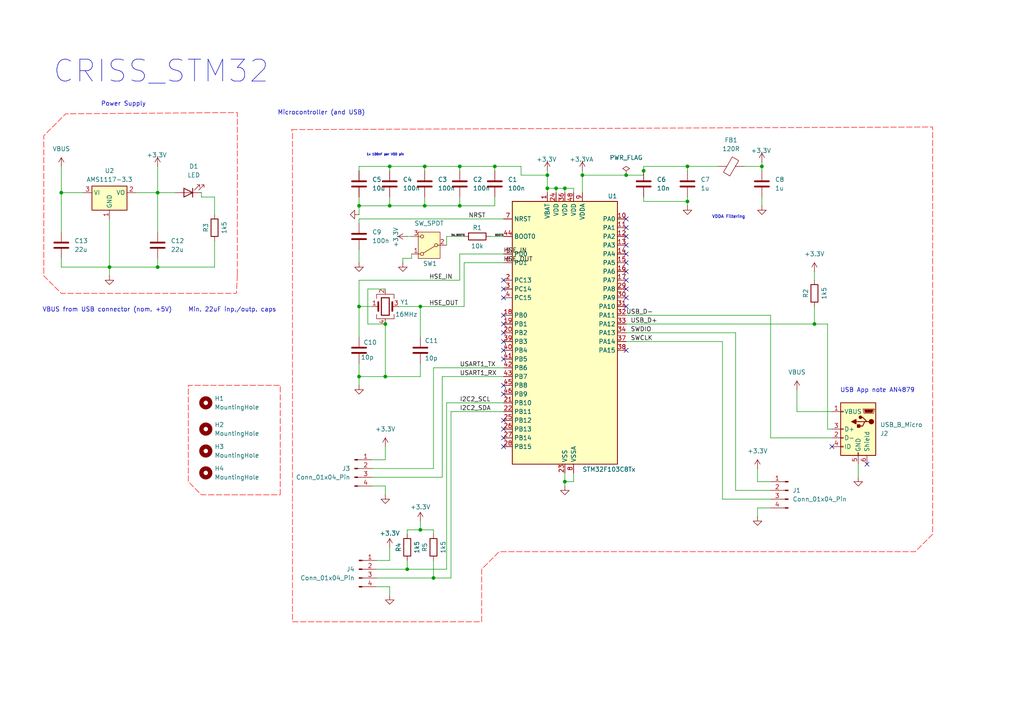
<source format=kicad_sch>
(kicad_sch (version 20250114) (generator "eeschema") (generator_version "9.0")
  (paper "A4")
  (lib_symbols
    (symbol "Connector:Conn_01x04_Pin" (pin_names (offset 1.016) (hide yes))
      (property "Reference" "J" (at 0 5.08 0))
      (property "Value" "Conn_01x04_Pin" (at 0 -7.62 0))
      (symbol "Conn_01x04_Pin_1_1"
        (rectangle (start 0.8636 2.667) (end 0 2.413) (stroke (width 0.1524)) (fill (type outline)))
        (rectangle (start 0.8636 0.127) (end 0 -0.127) (stroke (width 0.1524)) (fill (type outline)))
        (rectangle (start 0.8636 -2.413) (end 0 -2.667) (stroke (width 0.1524)) (fill (type outline)))
        (rectangle (start 0.8636 -4.953) (end 0 -5.207) (stroke (width 0.1524)) (fill (type outline)))
        (polyline (pts (xy 1.27 2.54) (xy 0.8636 2.54)) (stroke (width 0.1524)))
        (polyline (pts (xy 1.27 0) (xy 0.8636 0)) (stroke (width 0.1524)))
        (polyline (pts (xy 1.27 -2.54) (xy 0.8636 -2.54)) (stroke (width 0.1524)))
        (polyline (pts (xy 1.27 -5.08) (xy 0.8636 -5.08)) (stroke (width 0.1524)))
        (pin passive line (at 5.08 2.54 180) (length 3.81) (name "Pin_1") (number "1"))
        (pin passive line (at 5.08 0 180) (length 3.81) (name "Pin_2") (number "2"))
        (pin passive line (at 5.08 -2.54 180) (length 3.81) (name "Pin_3") (number "3"))
        (pin passive line (at 5.08 -5.08 180) (length 3.81) (name "Pin_4") (number "4"))
      )
    )
    (symbol "Connector:USB_B_Micro" (pin_names (offset 1.016))
      (property "Reference" "J" (at -5.08 11.43 0))
      (property "Value" "USB_B_Micro" (at -5.08 8.89 0))
      (symbol "USB_B_Micro_0_1"
        (rectangle (start -5.08 -7.62) (end 5.08 7.62) (stroke (width 0.254)) (fill (type background)))
        (polyline (pts (xy -4.699 5.842) (xy -4.699 5.588) (xy -4.445 4.826) (xy -4.445 4.572) (xy -1.651 4.572) (xy -1.651 4.826) (xy -1.397 5.588) (xy -1.397 5.842) (xy -4.699 5.842)))
        (polyline (pts (xy -4.318 5.588) (xy -1.778 5.588) (xy -2.032 4.826) (xy -4.064 4.826) (xy -4.318 5.588)) (fill (type outline)))
        (circle (center -3.81 2.159) (radius 0.635) (stroke (width 0.254)) (fill (type outline)))
        (polyline (pts (xy -3.175 2.159) (xy -2.54 2.159) (xy -1.27 3.429) (xy -0.635 3.429)) (stroke (width 0.254)))
        (polyline (pts (xy -2.54 2.159) (xy -1.905 2.159) (xy -1.27 0.889) (xy 0 0.889)) (stroke (width 0.254)))
        (polyline (pts (xy -1.905 2.159) (xy 0.635 2.159)) (stroke (width 0.254)))
        (circle (center -0.635 3.429) (radius 0.381) (stroke (width 0.254)) (fill (type outline)))
        (rectangle (start -0.127 -7.62) (end 0.127 -6.858))
        (rectangle (start 0.254 1.27) (end -0.508 0.508) (stroke (width 0.254)) (fill (type outline)))
        (polyline (pts (xy 0.635 2.794) (xy 0.635 1.524) (xy 1.905 2.159) (xy 0.635 2.794)) (stroke (width 0.254)) (fill (type outline)))
        (rectangle (start 5.08 4.953) (end 4.318 5.207))
        (rectangle (start 5.08 -0.127) (end 4.318 0.127))
        (rectangle (start 5.08 -2.667) (end 4.318 -2.413))
        (rectangle (start 5.08 -5.207) (end 4.318 -4.953))
      )
      (symbol "USB_B_Micro_1_1"
        (pin passive line (at -2.54 -10.16 90) (length 2.54) (name "Shield") (number "6"))
        (pin power_out line (at 0 -10.16 90) (length 2.54) (name "GND") (number "5"))
        (pin power_out line (at 7.62 5.08 180) (length 2.54) (name "VBUS") (number "1"))
        (pin bidirectional line (at 7.62 0 180) (length 2.54) (name "D+") (number "3"))
        (pin bidirectional line (at 7.62 -2.54 180) (length 2.54) (name "D-") (number "2"))
        (pin passive line (at 7.62 -5.08 180) (length 2.54) (name "ID") (number "4"))
      )
    )
    (symbol "Device:C" (pin_numbers (hide yes)) (pin_names (offset 0.254))
      (property "Reference" "C" (at 0.635 2.54 0))
      (property "Value" "C" (at 0.635 -2.54 0))
      (symbol "C_0_1"
        (polyline (pts (xy -2.032 0.762) (xy 2.032 0.762)) (stroke (width 0.508)))
        (polyline (pts (xy -2.032 -0.762) (xy 2.032 -0.762)) (stroke (width 0.508)))
      )
      (symbol "C_1_1"
        (pin passive line (at 0 3.81 270) (length 2.794) (name "~") (number "1"))
        (pin passive line (at 0 -3.81 90) (length 2.794) (name "~") (number "2"))
      )
    )
    (symbol "Device:Crystal_GND24" (pin_names (offset 1.016) (hide yes))
      (property "Reference" "Y" (at 3.175 5.08 0))
      (property "Value" "Crystal_GND24" (at 3.175 3.175 0))
      (symbol "Crystal_GND24_0_1"
        (polyline (pts (xy -2.54 2.286) (xy -2.54 3.556) (xy 2.54 3.556) (xy 2.54 2.286)))
        (polyline (pts (xy -2.54 0) (xy -2.032 0)))
        (polyline (pts (xy -2.54 -2.286) (xy -2.54 -3.556) (xy 2.54 -3.556) (xy 2.54 -2.286)))
        (polyline (pts (xy -2.032 -1.27) (xy -2.032 1.27)) (stroke (width 0.508)))
        (rectangle (start -1.143 2.54) (end 1.143 -2.54) (stroke (width 0.3048)))
        (polyline (pts (xy 0 3.556) (xy 0 3.81)))
        (polyline (pts (xy 0 -3.81) (xy 0 -3.556)))
        (polyline (pts (xy 2.032 0) (xy 2.54 0)))
        (polyline (pts (xy 2.032 -1.27) (xy 2.032 1.27)) (stroke (width 0.508)))
      )
      (symbol "Crystal_GND24_1_1"
        (pin passive line (at -3.81 0 0) (length 1.27) (name "1") (number "1"))
        (pin passive line (at 0 5.08 270) (length 1.27) (name "2") (number "2"))
        (pin passive line (at 0 -5.08 90) (length 1.27) (name "4") (number "4"))
        (pin passive line (at 3.81 0 180) (length 1.27) (name "3") (number "3"))
      )
    )
    (symbol "Device:FerriteBead" (pin_numbers (hide yes)) (pin_names (offset 0))
      (property "Reference" "FB" (at -3.81 0.635 90))
      (property "Value" "FerriteBead" (at 3.81 0 90))
      (symbol "FerriteBead_0_1"
        (polyline (pts (xy -2.7686 0.4064) (xy -1.7018 2.2606) (xy 2.7686 -0.3048) (xy 1.6764 -2.159) (xy -2.7686 0.4064)))
        (polyline (pts (xy 0 1.27) (xy 0 1.2954)))
        (polyline (pts (xy 0 -1.27) (xy 0 -1.2192)))
      )
      (symbol "FerriteBead_1_1"
        (pin passive line (at 0 3.81 270) (length 2.54) (name "~") (number "1"))
        (pin passive line (at 0 -3.81 90) (length 2.54) (name "~") (number "2"))
      )
    )
    (symbol "Device:LED" (pin_numbers (hide yes)) (pin_names (offset 1.016) (hide yes))
      (property "Reference" "D" (at 0 2.54 0))
      (property "Value" "LED" (at 0 -2.54 0))
      (symbol "LED_0_1"
        (polyline (pts (xy -3.048 -0.762) (xy -4.572 -2.286) (xy -3.81 -2.286) (xy -4.572 -2.286) (xy -4.572 -1.524)))
        (polyline (pts (xy -1.778 -0.762) (xy -3.302 -2.286) (xy -2.54 -2.286) (xy -3.302 -2.286) (xy -3.302 -1.524)))
        (polyline (pts (xy -1.27 0) (xy 1.27 0)))
        (polyline (pts (xy -1.27 -1.27) (xy -1.27 1.27)) (stroke (width 0.254)))
        (polyline (pts (xy 1.27 -1.27) (xy 1.27 1.27) (xy -1.27 0) (xy 1.27 -1.27)) (stroke (width 0.254)))
      )
      (symbol "LED_1_1"
        (pin passive line (at -3.81 0 0) (length 2.54) (name "K") (number "1"))
        (pin passive line (at 3.81 0 180) (length 2.54) (name "A") (number "2"))
      )
    )
    (symbol "Device:R" (pin_numbers (hide yes)) (pin_names (offset 0))
      (property "Reference" "R" (at 2.032 0 90))
      (property "Value" "R" (at 0 0 90))
      (symbol "R_0_1"
        (rectangle (start -1.016 -2.54) (end 1.016 2.54) (stroke (width 0.254)))
      )
      (symbol "R_1_1"
        (pin passive line (at 0 3.81 270) (length 1.27) (name "~") (number "1"))
        (pin passive line (at 0 -3.81 90) (length 1.27) (name "~") (number "2"))
      )
    )
    (symbol "MCU_ST_STM32F1:STM32F103C8Tx"
      (property "Reference" "U" (at -15.24 39.37 0))
      (property "Value" "STM32F103C8Tx" (at 7.62 39.37 0))
      (symbol "STM32F103C8Tx_0_1"
        (rectangle (start -15.24 -38.1) (end 15.24 38.1) (stroke (width 0.254)) (fill (type background)))
      )
      (symbol "STM32F103C8Tx_1_1"
        (pin input line (at -17.78 33.02 0) (length 2.54) (name "NRST") (number "7"))
        (pin input line (at -17.78 27.94 0) (length 2.54) (name "BOOT0") (number "44"))
        (pin bidirectional line (at -17.78 22.86 0) (length 2.54) (name "PD0") (number "5"))
        (pin bidirectional line (at -17.78 20.32 0) (length 2.54) (name "PD1") (number "6"))
        (pin bidirectional line (at -17.78 15.24 0) (length 2.54) (name "PC13") (number "2"))
        (pin bidirectional line (at -17.78 12.7 0) (length 2.54) (name "PC14") (number "3"))
        (pin bidirectional line (at -17.78 10.16 0) (length 2.54) (name "PC15") (number "4"))
        (pin bidirectional line (at -17.78 5.08 0) (length 2.54) (name "PB0") (number "18"))
        (pin bidirectional line (at -17.78 2.54 0) (length 2.54) (name "PB1") (number "19"))
        (pin bidirectional line (at -17.78 0 0) (length 2.54) (name "PB2") (number "20"))
        (pin bidirectional line (at -17.78 -2.54 0) (length 2.54) (name "PB3") (number "39"))
        (pin bidirectional line (at -17.78 -5.08 0) (length 2.54) (name "PB4") (number "40"))
        (pin bidirectional line (at -17.78 -7.62 0) (length 2.54) (name "PB5") (number "41"))
        (pin bidirectional line (at -17.78 -10.16 0) (length 2.54) (name "PB6") (number "42"))
        (pin bidirectional line (at -17.78 -12.7 0) (length 2.54) (name "PB7") (number "43"))
        (pin bidirectional line (at -17.78 -15.24 0) (length 2.54) (name "PB8") (number "45"))
        (pin bidirectional line (at -17.78 -17.78 0) (length 2.54) (name "PB9") (number "46"))
        (pin bidirectional line (at -17.78 -20.32 0) (length 2.54) (name "PB10") (number "21"))
        (pin bidirectional line (at -17.78 -22.86 0) (length 2.54) (name "PB11") (number "22"))
        (pin bidirectional line (at -17.78 -25.4 0) (length 2.54) (name "PB12") (number "25"))
        (pin bidirectional line (at -17.78 -27.94 0) (length 2.54) (name "PB13") (number "26"))
        (pin bidirectional line (at -17.78 -30.48 0) (length 2.54) (name "PB14") (number "27"))
        (pin bidirectional line (at -17.78 -33.02 0) (length 2.54) (name "PB15") (number "28"))
        (pin power_in line (at -5.08 40.64 270) (length 2.54) (name "VBAT") (number "1"))
        (pin power_in line (at -2.54 40.64 270) (length 2.54) (name "VDD") (number "24"))
        (pin power_in line (at 0 40.64 270) (length 2.54) (name "VDD") (number "36"))
        (pin power_in line (at 0 -40.64 90) (length 2.54) (name "VSS") (number "23"))
        (pin passive line (at 0 -40.64 90) (length 2.54) (hide yes) (name "VSS") (number "35"))
        (pin passive line (at 0 -40.64 90) (length 2.54) (hide yes) (name "VSS") (number "47"))
        (pin power_in line (at 2.54 40.64 270) (length 2.54) (name "VDD") (number "48"))
        (pin power_in line (at 2.54 -40.64 90) (length 2.54) (name "VSSA") (number "8"))
        (pin power_in line (at 5.08 40.64 270) (length 2.54) (name "VDDA") (number "9"))
        (pin bidirectional line (at 17.78 33.02 180) (length 2.54) (name "PA0") (number "10"))
        (pin bidirectional line (at 17.78 30.48 180) (length 2.54) (name "PA1") (number "11"))
        (pin bidirectional line (at 17.78 27.94 180) (length 2.54) (name "PA2") (number "12"))
        (pin bidirectional line (at 17.78 25.4 180) (length 2.54) (name "PA3") (number "13"))
        (pin bidirectional line (at 17.78 22.86 180) (length 2.54) (name "PA4") (number "14"))
        (pin bidirectional line (at 17.78 20.32 180) (length 2.54) (name "PA5") (number "15"))
        (pin bidirectional line (at 17.78 17.78 180) (length 2.54) (name "PA6") (number "16"))
        (pin bidirectional line (at 17.78 15.24 180) (length 2.54) (name "PA7") (number "17"))
        (pin bidirectional line (at 17.78 12.7 180) (length 2.54) (name "PA8") (number "29"))
        (pin bidirectional line (at 17.78 10.16 180) (length 2.54) (name "PA9") (number "30"))
        (pin bidirectional line (at 17.78 7.62 180) (length 2.54) (name "PA10") (number "31"))
        (pin bidirectional line (at 17.78 5.08 180) (length 2.54) (name "PA11") (number "32"))
        (pin bidirectional line (at 17.78 2.54 180) (length 2.54) (name "PA12") (number "33"))
        (pin bidirectional line (at 17.78 0 180) (length 2.54) (name "PA13") (number "34"))
        (pin bidirectional line (at 17.78 -2.54 180) (length 2.54) (name "PA14") (number "37"))
        (pin bidirectional line (at 17.78 -5.08 180) (length 2.54) (name "PA15") (number "38"))
      )
    )
    (symbol "Mechanical:MountingHole" (pin_names (offset 1.016)) (exclude_from_sim yes) (in_bom no)
      (property "Reference" "H" (at 0 5.08 0))
      (property "Value" "MountingHole" (at 0 3.175 0))
      (symbol "MountingHole_0_1"
        (circle (center 0 0) (radius 1.27) (stroke (width 1.27)))
      )
    )
    (symbol "Regulator_Linear:AMS1117-3.3"
      (property "Reference" "U" (at -3.81 3.175 0))
      (property "Value" "AMS1117-3.3" (at 0 3.175 0))
      (symbol "AMS1117-3.3_0_1"
        (rectangle (start -5.08 -5.08) (end 5.08 1.905) (stroke (width 0.254)) (fill (type background)))
      )
      (symbol "AMS1117-3.3_1_1"
        (pin power_in line (at -7.62 0 0) (length 2.54) (name "VI") (number "3"))
        (pin power_in line (at 0 -7.62 90) (length 2.54) (name "GND") (number "1"))
        (pin power_out line (at 7.62 0 180) (length 2.54) (name "VO") (number "2"))
      )
    )
    (symbol "Switch:SW_SPDT" (pin_names (offset 0) (hide yes))
      (property "Reference" "SW" (at 0 5.08 0))
      (property "Value" "SW_SPDT" (at 0 -5.08 0))
      (symbol "SW_SPDT_0_1"
        (circle (center -2.032 0) (radius 0.4572))
        (polyline (pts (xy -1.651 0.254) (xy 1.651 2.286)))
        (circle (center 2.032 2.54) (radius 0.4572))
        (circle (center 2.032 -2.54) (radius 0.4572))
      )
      (symbol "SW_SPDT_1_1"
        (rectangle (start -3.175 3.81) (end 3.175 -3.81) (fill (type background)))
        (pin passive line (at -5.08 0 0) (length 2.54) (name "B") (number "2"))
        (pin passive line (at 5.08 2.54 180) (length 2.54) (name "A") (number "1"))
        (pin passive line (at 5.08 -2.54 180) (length 2.54) (name "C") (number "3"))
      )
    )
    (symbol "power:+3.3V" (power) (pin_numbers (hide yes)) (pin_names (offset 0) (hide yes))
      (property "Value" "+3.3V" (at 0 3.556 0))
      (symbol "+3.3V_0_1"
        (polyline (pts (xy -0.762 1.27) (xy 0 2.54)))
        (polyline (pts (xy 0 2.54) (xy 0.762 1.27)))
        (polyline (pts (xy 0 0) (xy 0 2.54)))
      )
      (symbol "+3.3V_1_1"
        (pin power_in line (at 0 0 90) (length 0) (name "~") (number "1"))
      )
    )
    (symbol "power:+3.3VA" (power) (pin_numbers (hide yes)) (pin_names (offset 0) (hide yes))
      (property "Value" "+3.3VA" (at 0 3.556 0))
      (symbol "+3.3VA_0_1"
        (polyline (pts (xy -0.762 1.27) (xy 0 2.54)))
        (polyline (pts (xy 0 2.54) (xy 0.762 1.27)))
        (polyline (pts (xy 0 0) (xy 0 2.54)))
      )
      (symbol "+3.3VA_1_1"
        (pin power_in line (at 0 0 90) (length 0) (name "~") (number "1"))
      )
    )
    (symbol "power:GND" (power) (pin_numbers (hide yes)) (pin_names (offset 0) (hide yes))
      (property "Value" "GND" (at 0 -3.81 0))
      (symbol "GND_0_1"
        (polyline (pts (xy 0 0) (xy 0 -1.27) (xy 1.27 -1.27) (xy 0 -2.54) (xy -1.27 -1.27) (xy 0 -1.27)))
      )
      (symbol "GND_1_1"
        (pin power_in line (at 0 0 270) (length 0) (name "~") (number "1"))
      )
    )
    (symbol "power:PWR_FLAG" (power) (pin_numbers (hide yes)) (pin_names (offset 0) (hide yes))
      (property "Value" "PWR_FLAG" (at 0 3.81 0))
      (symbol "PWR_FLAG_0_0"
        (pin power_out line (at 0 0 90) (length 0) (name "~") (number "1"))
      )
      (symbol "PWR_FLAG_0_1"
        (polyline (pts (xy 0 0) (xy 0 1.27) (xy -1.016 1.905) (xy 0 2.54) (xy 1.016 1.905) (xy 0 1.27)))
      )
    )
    (symbol "power:VBUS" (power) (pin_numbers (hide yes)) (pin_names (offset 0) (hide yes))
      (property "Value" "VBUS" (at 0 3.556 0))
      (symbol "VBUS_0_1"
        (polyline (pts (xy -0.762 1.27) (xy 0 2.54)))
        (polyline (pts (xy 0 2.54) (xy 0.762 1.27)))
        (polyline (pts (xy 0 0) (xy 0 2.54)))
      )
      (symbol "VBUS_1_1"
        (pin power_in line (at 0 0 90) (length 0) (name "~") (number "1"))
      )
    )
  )
  (text "CRISS_STM32" (at 46.736 20.828 0) (effects (font (size 6.35 6.35))))
  (text "CRISS_STM32\n\n\n\n\n\n\n\n\n\n\n\n\n\n\n\n\n\n\n\n\n\n\n\n\n\n\n\n\n\n\n\n\n\n\n\n\n\n" (at 20.066 17.018 0) (effects (font (size 6.35 6.35))))
  (text "Microcontroller (and USB)\n" (at 93.218 32.766 0) (effects (font (size 1.27 1.27))))
  (text "VDDA Filtering" (at 211.328 62.992 0) (effects (font (size 0.889 0.889))))
  (text "Power Supply\n" (at 35.814 30.226 0) (effects (font (size 1.27 1.27))))
  (text "USB App note AN4879\n\n" (at 254.508 114.3 0) (effects (font (size 1.27 1.27))))
  (text "1x 100nF per VOD pin\n" (at 111.76 44.958 0) (effects (font (size 0.635 0.635))))
  (text "VBUS from USB connector (nom. +5V)     Min. 22uF inp./outp. caps\n" (at 46.228 89.916 0) (effects (font (size 1.27 1.27))))
  (junction (at 111.76 93.98))
  (junction (at 123.19 59.69))
  (junction (at 45.72 77.47))
  (junction (at 133.35 48.26))
  (junction (at 143.51 48.26))
  (junction (at 158.75 50.8))
  (junction (at 121.92 153.67))
  (junction (at 133.35 59.69))
  (junction (at 181.61 50.8))
  (junction (at 104.14 88.9))
  (junction (at 220.98 48.26))
  (junction (at 161.29 54.61))
  (junction (at 158.75 54.61))
  (junction (at 163.83 139.7))
  (junction (at 111.76 109.22))
  (junction (at 113.03 48.26))
  (junction (at 199.39 58.42))
  (junction (at 45.72 55.88))
  (junction (at 168.91 50.8))
  (junction (at 123.19 48.26))
  (junction (at 104.14 59.69))
  (junction (at 104.14 109.22))
  (junction (at 121.92 88.9))
  (junction (at 113.03 59.69))
  (junction (at 186.69 49.53))
  (junction (at 118.11 165.1))
  (junction (at 236.22 93.98))
  (junction (at 17.78 55.88))
  (junction (at 125.73 167.64))
  (junction (at 31.75 77.47))
  (junction (at 199.39 48.26))
  (junction (at 163.83 54.61))
  (no_connect (at 181.61 83.82))
  (no_connect (at 181.61 88.9))
  (no_connect (at 181.61 63.5))
  (no_connect (at 181.61 66.04))
  (no_connect (at 146.05 86.36))
  (no_connect (at 146.05 124.46))
  (no_connect (at 181.61 86.36))
  (no_connect (at 181.61 73.66))
  (no_connect (at 146.05 99.06))
  (no_connect (at 146.05 91.44))
  (no_connect (at 181.61 101.6))
  (no_connect (at 146.05 127))
  (no_connect (at 181.61 68.58))
  (no_connect (at 181.61 76.2))
  (no_connect (at 181.61 71.12))
  (no_connect (at 146.05 121.92))
  (no_connect (at 181.61 81.28))
  (no_connect (at 146.05 129.54))
  (no_connect (at 146.05 93.98))
  (no_connect (at 146.05 114.3))
  (no_connect (at 146.05 96.52))
  (no_connect (at 251.46 134.62))
  (no_connect (at 146.05 104.14))
  (no_connect (at 181.61 78.74))
  (no_connect (at 146.05 81.28))
  (no_connect (at 146.05 83.82))
  (no_connect (at 241.3 129.54))
  (no_connect (at 146.05 101.6))
  (no_connect (at 146.05 111.76))
  (wire (pts (xy 151.13 50.8) (xy 151.13 48.26)))
  (wire (pts (xy 186.69 48.26) (xy 186.69 49.53)))
  (wire (pts (xy 209.55 144.78) (xy 223.52 144.78)))
  (wire (pts (xy 123.19 57.15) (xy 123.19 59.69)))
  (wire (pts (xy 130.81 167.64) (xy 130.81 119.38)))
  (wire (pts (xy 62.23 69.85) (xy 62.23 77.47)))
  (wire (pts (xy 181.61 50.8) (xy 186.69 50.8)))
  (wire (pts (xy 113.03 59.69) (xy 104.14 59.69)))
  (wire (pts (xy 158.75 49.53) (xy 158.75 50.8)))
  (wire (pts (xy 17.78 74.93) (xy 17.78 77.47)))
  (wire (pts (xy 119.38 74.93) (xy 119.38 73.66)))
  (wire (pts (xy 111.76 109.22) (xy 104.14 109.22)))
  (wire (pts (xy 129.54 116.84) (xy 129.54 165.1)))
  (wire (pts (xy 118.11 68.58) (xy 119.38 68.58)))
  (wire (pts (xy 186.69 48.26) (xy 199.39 48.26)))
  (wire (pts (xy 133.35 59.69) (xy 123.19 59.69)))
  (wire (pts (xy 128.27 138.43) (xy 107.95 138.43)))
  (wire (pts (xy 118.11 154.94) (xy 118.11 153.67)))
  (wire (pts (xy 118.11 165.1) (xy 129.54 165.1)))
  (wire (pts (xy 248.92 138.43) (xy 248.92 134.62)))
  (wire (pts (xy 134.62 76.2) (xy 146.05 76.2)))
  (wire (pts (xy 104.14 64.77) (xy 104.14 63.5)))
  (wire (pts (xy 104.14 105.41) (xy 104.14 109.22)))
  (wire (pts (xy 104.14 48.26) (xy 104.14 49.53)))
  (wire (pts (xy 129.54 68.58) (xy 129.54 71.12)))
  (wire (pts (xy 106.68 93.98) (xy 111.76 93.98)))
  (wire (pts (xy 121.92 88.9) (xy 121.92 97.79)))
  (wire (pts (xy 209.55 99.06) (xy 209.55 144.78)))
  (wire (pts (xy 143.51 59.69) (xy 133.35 59.69)))
  (wire (pts (xy 31.75 77.47) (xy 45.72 77.47)))
  (wire (pts (xy 109.22 165.1) (xy 118.11 165.1)))
  (wire (pts (xy 113.03 158.75) (xy 113.03 162.56)))
  (wire (pts (xy 142.24 68.58) (xy 146.05 68.58)))
  (wire (pts (xy 104.14 59.69) (xy 104.14 62.23)))
  (wire (pts (xy 158.75 54.61) (xy 158.75 55.88)))
  (wire (pts (xy 181.61 91.44) (xy 223.52 91.44)))
  (wire (pts (xy 104.14 63.5) (xy 146.05 63.5)))
  (wire (pts (xy 186.69 49.53) (xy 186.69 50.8)))
  (wire (pts (xy 220.98 48.26) (xy 220.98 49.53)))
  (wire (pts (xy 113.03 170.18) (xy 109.22 170.18)))
  (wire (pts (xy 62.23 57.15) (xy 62.23 62.23)))
  (wire (pts (xy 121.92 153.67) (xy 125.73 153.67)))
  (wire (pts (xy 45.72 48.26) (xy 45.72 55.88)))
  (wire (pts (xy 125.73 162.56) (xy 125.73 167.64)))
  (wire (pts (xy 104.14 88.9) (xy 104.14 97.79)))
  (wire (pts (xy 215.9 48.26) (xy 220.98 48.26)))
  (wire (pts (xy 111.76 140.97) (xy 107.95 140.97)))
  (wire (pts (xy 166.37 137.16) (xy 166.37 139.7)))
  (wire (pts (xy 186.69 58.42) (xy 199.39 58.42)))
  (wire (pts (xy 236.22 93.98) (xy 181.61 93.98)))
  (wire (pts (xy 166.37 55.88) (xy 166.37 54.61)))
  (wire (pts (xy 133.35 81.28) (xy 104.14 81.28)))
  (wire (pts (xy 31.75 63.5) (xy 31.75 77.47)))
  (wire (pts (xy 199.39 48.26) (xy 199.39 49.53)))
  (wire (pts (xy 104.14 57.15) (xy 104.14 59.69)))
  (wire (pts (xy 104.14 81.28) (xy 104.14 88.9)))
  (wire (pts (xy 168.91 50.8) (xy 168.91 55.88)))
  (wire (pts (xy 111.76 143.51) (xy 111.76 140.97)))
  (wire (pts (xy 104.14 109.22) (xy 104.14 111.76)))
  (wire (pts (xy 107.95 135.89) (xy 125.73 135.89)))
  (wire (pts (xy 128.27 109.22) (xy 146.05 109.22)))
  (wire (pts (xy 113.03 48.26) (xy 113.03 49.53)))
  (wire (pts (xy 199.39 48.26) (xy 208.28 48.26)))
  (wire (pts (xy 161.29 55.88) (xy 161.29 54.61)))
  (wire (pts (xy 125.73 106.68) (xy 146.05 106.68)))
  (wire (pts (xy 109.22 167.64) (xy 125.73 167.64)))
  (wire (pts (xy 111.76 129.54) (xy 111.76 133.35)))
  (wire (pts (xy 58.42 57.15) (xy 62.23 57.15)))
  (wire (pts (xy 223.52 91.44) (xy 223.52 127)))
  (wire (pts (xy 143.51 48.26) (xy 143.51 49.53)))
  (wire (pts (xy 223.52 127) (xy 241.3 127)))
  (wire (pts (xy 133.35 48.26) (xy 123.19 48.26)))
  (wire (pts (xy 130.81 119.38) (xy 146.05 119.38)))
  (wire (pts (xy 158.75 50.8) (xy 151.13 50.8)))
  (wire (pts (xy 17.78 55.88) (xy 24.13 55.88)))
  (wire (pts (xy 231.14 113.03) (xy 231.14 119.38)))
  (wire (pts (xy 163.83 137.16) (xy 163.83 139.7)))
  (wire (pts (xy 45.72 55.88) (xy 50.8 55.88)))
  (wire (pts (xy 213.36 96.52) (xy 213.36 142.24)))
  (wire (pts (xy 236.22 78.74) (xy 236.22 81.28)))
  (wire (pts (xy 151.13 48.26) (xy 143.51 48.26)))
  (wire (pts (xy 31.75 77.47) (xy 31.75 80.01)))
  (wire (pts (xy 123.19 48.26) (xy 113.03 48.26)))
  (wire (pts (xy 220.98 57.15) (xy 220.98 59.69)))
  (wire (pts (xy 116.84 74.93) (xy 116.84 76.2)))
  (wire (pts (xy 39.37 55.88) (xy 45.72 55.88)))
  (wire (pts (xy 220.98 46.99) (xy 220.98 48.26)))
  (wire (pts (xy 219.71 149.86) (xy 219.71 147.32)))
  (wire (pts (xy 129.54 116.84) (xy 146.05 116.84)))
  (wire (pts (xy 199.39 58.42) (xy 199.39 59.69)))
  (wire (pts (xy 45.72 77.47) (xy 62.23 77.47)))
  (wire (pts (xy 121.92 88.9) (xy 134.62 88.9)))
  (wire (pts (xy 111.76 109.22) (xy 121.92 109.22)))
  (wire (pts (xy 181.61 99.06) (xy 209.55 99.06)))
  (wire (pts (xy 45.72 55.88) (xy 45.72 67.31)))
  (wire (pts (xy 236.22 88.9) (xy 236.22 93.98)))
  (wire (pts (xy 113.03 172.72) (xy 113.03 170.18)))
  (wire (pts (xy 17.78 48.26) (xy 17.78 55.88)))
  (wire (pts (xy 146.05 73.66) (xy 133.35 73.66)))
  (wire (pts (xy 158.75 50.8) (xy 158.75 54.61)))
  (wire (pts (xy 58.42 55.88) (xy 58.42 57.15)))
  (wire (pts (xy 17.78 67.31) (xy 17.78 55.88)))
  (wire (pts (xy 125.73 135.89) (xy 125.73 106.68)))
  (wire (pts (xy 163.83 54.61) (xy 166.37 54.61)))
  (wire (pts (xy 161.29 54.61) (xy 163.83 54.61)))
  (wire (pts (xy 111.76 83.82) (xy 106.68 83.82)))
  (wire (pts (xy 158.75 54.61) (xy 161.29 54.61)))
  (wire (pts (xy 111.76 133.35) (xy 107.95 133.35)))
  (wire (pts (xy 181.61 96.52) (xy 213.36 96.52)))
  (wire (pts (xy 219.71 135.89) (xy 219.71 139.7)))
  (wire (pts (xy 240.03 124.46) (xy 241.3 124.46)))
  (wire (pts (xy 121.92 151.13) (xy 121.92 153.67)))
  (wire (pts (xy 219.71 139.7) (xy 223.52 139.7)))
  (wire (pts (xy 134.62 88.9) (xy 134.62 76.2)))
  (wire (pts (xy 118.11 153.67) (xy 121.92 153.67)))
  (wire (pts (xy 111.76 93.98) (xy 111.76 109.22)))
  (wire (pts (xy 186.69 57.15) (xy 186.69 58.42)))
  (wire (pts (xy 168.91 49.53) (xy 168.91 50.8)))
  (wire (pts (xy 125.73 167.64) (xy 130.81 167.64)))
  (wire (pts (xy 143.51 48.26) (xy 133.35 48.26)))
  (wire (pts (xy 133.35 57.15) (xy 133.35 59.69)))
  (wire (pts (xy 240.03 124.46) (xy 240.03 93.98)))
  (wire (pts (xy 163.83 139.7) (xy 163.83 140.97)))
  (wire (pts (xy 240.03 93.98) (xy 236.22 93.98)))
  (wire (pts (xy 168.91 50.8) (xy 181.61 50.8)))
  (wire (pts (xy 17.78 77.47) (xy 31.75 77.47)))
  (wire (pts (xy 106.68 83.82) (xy 106.68 93.98)))
  (wire (pts (xy 128.27 109.22) (xy 128.27 138.43)))
  (wire (pts (xy 129.54 68.58) (xy 134.62 68.58)))
  (wire (pts (xy 219.71 147.32) (xy 223.52 147.32)))
  (wire (pts (xy 115.57 88.9) (xy 121.92 88.9)))
  (wire (pts (xy 123.19 59.69) (xy 113.03 59.69)))
  (wire (pts (xy 116.84 74.93) (xy 119.38 74.93)))
  (wire (pts (xy 163.83 55.88) (xy 163.83 54.61)))
  (wire (pts (xy 133.35 73.66) (xy 133.35 81.28)))
  (wire (pts (xy 113.03 162.56) (xy 109.22 162.56)))
  (wire (pts (xy 45.72 74.93) (xy 45.72 77.47)))
  (wire (pts (xy 118.11 162.56) (xy 118.11 165.1)))
  (wire (pts (xy 125.73 153.67) (xy 125.73 154.94)))
  (wire (pts (xy 133.35 48.26) (xy 133.35 49.53)))
  (wire (pts (xy 213.36 142.24) (xy 223.52 142.24)))
  (wire (pts (xy 163.83 139.7) (xy 166.37 139.7)))
  (wire (pts (xy 123.19 48.26) (xy 123.19 49.53)))
  (wire (pts (xy 199.39 57.15) (xy 199.39 58.42)))
  (wire (pts (xy 143.51 57.15) (xy 143.51 59.69)))
  (wire (pts (xy 113.03 57.15) (xy 113.03 59.69)))
  (wire (pts (xy 121.92 105.41) (xy 121.92 109.22)))
  (wire (pts (xy 104.14 88.9) (xy 107.95 88.9)))
  (wire (pts (xy 104.14 72.39) (xy 104.14 76.2)))
  (wire (pts (xy 231.14 119.38) (xy 241.3 119.38)))
  (wire (pts (xy 113.03 48.26) (xy 104.14 48.26)))
  (label "HSE_IN" (at 146.05 73.66 0))
  (label "I2C2_SDA" (at 133.35 119.38 0))
  (label "USART1_RX" (at 133.35 109.22 0))
  (label "USB_D+" (at 182.88 93.98 0))
  (label "SWCLK" (at 182.88 99.06 0))
  (label "SW_BOOT0" (at 130.81 68.58 0) (effects (font (size 0.508 0.508))))
  (label "I2C2_SCL" (at 133.35 116.84 0))
  (label "USART1_TX" (at 133.35 106.68 0))
  (label "USB_D-" (at 181.61 91.44 0))
  (label "SWDIO" (at 182.88 96.52 0))
  (label "BOOT0" (at 143.51 68.58 0) (effects (font (size 0.508 0.508))))
  (label "NRST" (at 135.89 63.5 0))
  (label "HSE_OUT" (at 146.05 76.2 0))
  (label "HSE_OUT" (at 124.46 88.9 0))
  (label "HSE_IN" (at 124.46 81.28 0))
  (rule_area (polyline (pts (xy 81.28 143.51) (xy 81.28 111.76) (xy 54.61 111.76) (xy 54.61 139.7) (xy 58.42 143.51)) (stroke (width 0) (type dash))))
  (rule_area (polyline (pts (xy 84.582 37.592) (xy 270.51 36.83) (xy 270.51 154.94) (xy 265.43 160.02) (xy 144.78 160.02) (xy 139.7 165.1) (xy 139.7 180.34) (xy 84.836 180.34) (xy 84.836 179.451) (xy 84.836 38.481)) (stroke (width 0) (type dash))))
  (rule_area (polyline (pts (xy 68.834 79.629) (xy 68.834 32.639) (xy 19.05 33.02) (xy 12.7 39.37) (xy 12.7 80.01) (xy 17.78 85.09) (xy 68.58 85.09)) (stroke (width 0) (type dash))))
  (symbol (lib_id "power:GND") (at 116.84 76.2 0) (unit 1)
    (property "Reference" "#PWR09" (effects (hide yes)))
    (property "Value" "GND" (effects (hide yes)))
    (property "Description" "Power symbol creates a global label with name \"GND\" , ground" (effects (hide yes)))
  )
  (symbol (lib_id "power:+3.3V") (at 158.75 49.53 0) (unit 1)
    (property "Reference" "#PWR02" (effects (hide yes)))
    (property "Value" "+3.3V" (at 158.496 46.228 0))
    (property "Description" "Power symbol creates a global label with name \"+3.3V\"" (effects (hide yes)))
  )
  (symbol (lib_id "Connector:USB_B_Micro") (at 248.92 124.46 0) (mirror y) (unit 1)
    (property "Reference" "J2" (at 255.27 125.7301 0) (effects (justify right)))
    (property "Value" "USB_B_Micro" (at 255.27 123.1901 0) (effects (justify right)))
    (property "Footprint" "Connector_USB:USB_Micro-B_Wuerth_629105150521" (effects (hide yes)))
    (property "Description" "USB Micro Type B connector" (effects (hide yes)))
  )
  (symbol (lib_id "power:+3.3V") (at 111.76 129.54 0) (mirror y) (unit 1)
    (property "Reference" "#PWR020" (effects (hide yes)))
    (property "Value" "+3.3V" (at 111.76 124.46 0))
    (property "Description" "Power symbol creates a global label with name \"+3.3V\"" (effects (hide yes)))
  )
  (symbol (lib_id "Device:R") (at 125.73 158.75 180) (unit 1)
    (property "Reference" "R5" (at 123.19 158.75 90))
    (property "Value" "1k5" (at 128.524 158.75 90))
    (property "Footprint" "Resistor_SMD:R_0402_1005Metric" (effects (hide yes)))
    (property "Description" "Resistor" (effects (hide yes)))
  )
  (symbol (lib_id "power:GND") (at 104.14 62.23 270) (unit 1)
    (property "Reference" "#PWR03" (effects (hide yes)))
    (property "Value" "GND" (effects (hide yes)))
    (property "Description" "Power symbol creates a global label with name \"GND\" , ground" (effects (hide yes)))
  )
  (symbol (lib_id "Device:R") (at 118.11 158.75 180) (unit 1)
    (property "Reference" "R4" (at 115.57 158.75 90))
    (property "Value" "1k5" (at 120.904 158.75 90))
    (property "Footprint" "Resistor_SMD:R_0402_1005Metric" (effects (hide yes)))
    (property "Description" "Resistor" (effects (hide yes)))
  )
  (symbol (lib_id "Mechanical:MountingHole") (at 59.69 130.81 0) (unit 1) (exclude_from_sim yes) (in_bom no)
    (property "Reference" "H3" (at 62.23 129.5399 0) (effects (justify left)))
    (property "Value" "MountingHole" (at 62.23 132.0799 0) (effects (justify left)))
    (property "Footprint" "MountingHole:MountingHole_2.2mm_M2" (effects (hide yes)))
    (property "Description" "Mounting Hole without connection" (effects (hide yes)))
  )
  (symbol (lib_id "Device:C") (at 133.35 53.34 0) (unit 1)
    (property "Reference" "C2" (at 137.16 52.0699 0) (effects (justify left)))
    (property "Value" "100n" (at 137.16 54.6099 0) (effects (justify left)))
    (property "Footprint" "Capacitor_SMD:C_0402_1005Metric" (effects (hide yes)))
    (property "Description" "Unpolarized capacitor" (effects (hide yes)))
  )
  (symbol (lib_id "Device:C") (at 113.03 53.34 0) (unit 1)
    (property "Reference" "C4" (at 116.84 52.0699 0) (effects (justify left)))
    (property "Value" "100n" (at 116.84 54.6099 0) (effects (justify left)))
    (property "Footprint" "Capacitor_SMD:C_0402_1005Metric" (effects (hide yes)))
    (property "Description" "Unpolarized capacitor" (effects (hide yes)))
  )
  (symbol (lib_id "Device:C") (at 45.72 71.12 0) (unit 1)
    (property "Reference" "C12" (at 49.53 69.8499 0) (effects (justify left)))
    (property "Value" "22u" (at 49.53 72.3899 0) (effects (justify left)))
    (property "Footprint" "Capacitor_SMD:C_0805_2012Metric" (effects (hide yes)))
    (property "Description" "Unpolarized capacitor" (effects (hide yes)))
  )
  (symbol (lib_id "Switch:SW_SPDT") (at 124.46 71.12 180) (unit 1)
    (property "Reference" "SW1" (at 124.714 76.454 0))
    (property "Value" "SW_SPDT" (at 124.46 64.77 0))
    (property "Footprint" "Button_Switch_SMD:SW_SPDT_PCM12" (effects (hide yes)))
    (property "Description" "Switch, single pole double throw" (effects (hide yes)))
  )
  (symbol (lib_id "power:GND") (at 31.75 80.01 0) (unit 1)
    (property "Reference" "#PWR019" (effects (hide yes)))
    (property "Value" "GND" (effects (hide yes)))
    (property "Description" "Power symbol creates a global label with name \"GND\" , ground" (effects (hide yes)))
  )
  (symbol (lib_id "power:GND") (at 113.03 172.72 0) (mirror y) (unit 1)
    (property "Reference" "#PWR023" (effects (hide yes)))
    (property "Value" "GND" (effects (hide yes)))
    (property "Description" "Power symbol creates a global label with name \"GND\" , ground" (effects (hide yes)))
  )
  (symbol (lib_id "Device:C") (at 104.14 101.6 0) (unit 1)
    (property "Reference" "C10" (at 105.41 99.314 0) (effects (justify left)))
    (property "Value" "10p" (at 104.648 103.632 0) (effects (justify left)))
    (property "Footprint" "Capacitor_SMD:C_0402_1005Metric" (effects (hide yes)))
    (property "Description" "Unpolarized capacitor" (effects (hide yes)))
  )
  (symbol (lib_id "power:+3.3V") (at 220.98 46.99 0) (unit 1)
    (property "Reference" "#PWR07" (effects (hide yes)))
    (property "Value" "+3.3V" (at 220.726 43.688 0))
    (property "Description" "Power symbol creates a global label with name \"+3.3V\"" (effects (hide yes)))
  )
  (symbol (lib_id "power:GND") (at 199.39 59.69 0) (unit 1)
    (property "Reference" "#PWR05" (effects (hide yes)))
    (property "Value" "GND" (effects (hide yes)))
    (property "Description" "Power symbol creates a global label with name \"GND\" , ground" (effects (hide yes)))
  )
  (symbol (lib_id "Device:C") (at 17.78 71.12 0) (unit 1)
    (property "Reference" "C13" (at 21.59 69.8499 0) (effects (justify left)))
    (property "Value" "22u" (at 21.59 72.3899 0) (effects (justify left)))
    (property "Footprint" "Capacitor_SMD:C_0805_2012Metric" (effects (hide yes)))
    (property "Description" "Unpolarized capacitor" (effects (hide yes)))
  )
  (symbol (lib_id "power:+3.3V") (at 45.72 48.26 0) (unit 1)
    (property "Reference" "#PWR018" (effects (hide yes)))
    (property "Value" "+3.3V" (at 45.466 44.958 0))
    (property "Description" "Power symbol creates a global label with name \"+3.3V\"" (effects (hide yes)))
  )
  (symbol (lib_id "Mechanical:MountingHole") (at 59.69 137.16 0) (unit 1) (exclude_from_sim yes) (in_bom no)
    (property "Reference" "H4" (at 62.23 135.8899 0) (effects (justify left)))
    (property "Value" "MountingHole" (at 62.23 138.4299 0) (effects (justify left)))
    (property "Footprint" "MountingHole:MountingHole_2.2mm_M2" (effects (hide yes)))
    (property "Description" "Mounting Hole without connection" (effects (hide yes)))
  )
  (symbol (lib_id "power:GND") (at 111.76 143.51 0) (mirror y) (unit 1)
    (property "Reference" "#PWR021" (effects (hide yes)))
    (property "Value" "GND" (effects (hide yes)))
    (property "Description" "Power symbol creates a global label with name \"GND\" , ground" (effects (hide yes)))
  )
  (symbol (lib_id "power:GND") (at 163.83 140.97 0) (unit 1)
    (property "Reference" "#PWR01" (effects (hide yes)))
    (property "Value" "GND" (effects (hide yes)))
    (property "Description" "Power symbol creates a global label with name \"GND\" , ground" (effects (hide yes)))
  )
  (symbol (lib_id "Device:C") (at 220.98 53.34 0) (unit 1)
    (property "Reference" "C8" (at 224.79 52.0699 0) (effects (justify left)))
    (property "Value" "1u" (at 224.79 54.6099 0) (effects (justify left)))
    (property "Footprint" "Capacitor_SMD:C_0402_1005Metric" (effects (hide yes)))
    (property "Description" "Unpolarized capacitor" (effects (hide yes)))
  )
  (symbol (lib_id "Device:C") (at 199.39 53.34 0) (unit 1)
    (property "Reference" "C7" (at 203.2 52.0699 0) (effects (justify left)))
    (property "Value" "1u" (at 203.2 54.6099 0) (effects (justify left)))
    (property "Footprint" "Capacitor_SMD:C_0402_1005Metric" (effects (hide yes)))
    (property "Description" "Unpolarized capacitor" (effects (hide yes)))
  )
  (symbol (lib_id "Connector:Conn_01x04_Pin") (at 104.14 165.1 0) (unit 1)
    (property "Reference" "J4" (at 102.87 165.0999 0) (effects (justify right)))
    (property "Value" "Conn_01x04_Pin" (at 102.87 167.6399 0) (effects (justify right)))
    (property "Footprint" "Connector_PinHeader_2.54mm:PinHeader_1x04_P2.54mm_Vertical" (effects (hide yes)))
    (property "Description" "Generic connector, single row, 01x04, script generated" (effects (hide yes)))
  )
  (symbol (lib_id "Device:R") (at 62.23 66.04 180) (unit 1)
    (property "Reference" "R3" (at 59.69 66.04 90))
    (property "Value" "1k5" (at 65.024 66.04 90))
    (property "Footprint" "Resistor_SMD:R_0402_1005Metric" (effects (hide yes)))
    (property "Description" "Resistor" (effects (hide yes)))
  )
  (symbol (lib_id "power:VBUS") (at 17.78 48.26 0) (unit 1)
    (property "Reference" "#PWR017" (effects (hide yes)))
    (property "Value" "VBUS" (at 17.78 43.18 0))
    (property "Description" "Power symbol creates a global label with name \"VBUS\"" (effects (hide yes)))
  )
  (symbol (lib_id "power:GND") (at 104.14 111.76 0) (unit 1)
    (property "Reference" "#PWR011" (effects (hide yes)))
    (property "Value" "GND" (effects (hide yes)))
    (property "Description" "Power symbol creates a global label with name \"GND\" , ground" (effects (hide yes)))
  )
  (symbol (lib_id "Connector:Conn_01x04_Pin") (at 102.87 135.89 0) (unit 1)
    (property "Reference" "J3" (at 101.6 135.8899 0) (effects (justify right)))
    (property "Value" "Conn_01x04_Pin" (at 101.6 138.4299 0) (effects (justify right)))
    (property "Footprint" "Connector_PinHeader_2.54mm:PinHeader_1x04_P2.54mm_Vertical" (effects (hide yes)))
    (property "Description" "Generic connector, single row, 01x04, script generated" (effects (hide yes)))
  )
  (symbol (lib_id "Device:FerriteBead") (at 212.09 48.26 90) (unit 1)
    (property "Reference" "FB1" (at 212.0392 40.64 90))
    (property "Value" "120R" (at 212.0392 43.18 90))
    (property "Footprint" "Inductor_SMD:L_0603_1608Metric" (effects (hide yes)))
    (property "Description" "Ferrite bead" (effects (hide yes)))
  )
  (symbol (lib_id "power:+3.3VA") (at 168.91 49.53 0) (unit 1)
    (property "Reference" "#PWR04" (effects (hide yes)))
    (property "Value" "+3.3VA" (at 168.656 46.228 0))
    (property "Description" "Power symbol creates a global label with name \"+3.3VA\"" (effects (hide yes)))
  )
  (symbol (lib_id "power:PWR_FLAG") (at 181.61 50.8 0) (unit 1)
    (property "Reference" "#FLG01" (effects (hide yes)))
    (property "Value" "PWR_FLAG" (at 181.61 45.72 0))
    (property "Description" "Special symbol for telling ERC where power comes from" (effects (hide yes)))
  )
  (symbol (lib_id "Mechanical:MountingHole") (at 59.69 116.84 0) (unit 1) (exclude_from_sim yes) (in_bom no)
    (property "Reference" "H1" (at 62.23 115.5699 0) (effects (justify left)))
    (property "Value" "MountingHole" (at 62.23 118.1099 0) (effects (justify left)))
    (property "Footprint" "MountingHole:MountingHole_2.2mm_M2" (effects (hide yes)))
    (property "Description" "Mounting Hole without connection" (effects (hide yes)))
  )
  (symbol (lib_id "power:+3.3V") (at 118.11 68.58 90) (unit 1)
    (property "Reference" "#PWR010" (effects (hide yes)))
    (property "Value" "+3.3V" (at 114.808 68.834 0))
    (property "Description" "Power symbol creates a global label with name \"+3.3V\"" (effects (hide yes)))
  )
  (symbol (lib_id "power:GND") (at 219.71 149.86 0) (unit 1)
    (property "Reference" "#PWR016" (effects (hide yes)))
    (property "Value" "GND" (effects (hide yes)))
    (property "Description" "Power symbol creates a global label with name \"GND\" , ground" (effects (hide yes)))
  )
  (symbol (lib_id "power:GND") (at 248.92 138.43 0) (unit 1)
    (property "Reference" "#PWR012" (effects (hide yes)))
    (property "Value" "GND" (effects (hide yes)))
    (property "Description" "Power symbol creates a global label with name \"GND\" , ground" (effects (hide yes)))
  )
  (symbol (lib_id "Device:Crystal_GND24") (at 111.76 88.9 0) (unit 1)
    (property "Reference" "Y1" (at 117.348 87.63 0))
    (property "Value" "16MHz" (at 117.856 91.186 0))
    (property "Footprint" "Crystal:Crystal_SMD_3225-4Pin_3.2x2.5mm" (effects (hide yes)))
    (property "Description" "Four pin crystal, GND on pins 2 and 4" (effects (hide yes)))
  )
  (symbol (lib_id "Device:R") (at 236.22 85.09 180) (unit 1)
    (property "Reference" "R2" (at 233.68 85.09 90))
    (property "Value" "1k5" (at 239.014 85.09 90))
    (property "Footprint" "Resistor_SMD:R_0402_1005Metric" (effects (hide yes)))
    (property "Description" "Resistor" (effects (hide yes)))
  )
  (symbol (lib_id "power:+3.3V") (at 219.71 135.89 0) (unit 1)
    (property "Reference" "#PWR015" (effects (hide yes)))
    (property "Value" "+3.3V" (at 219.71 130.81 0))
    (property "Description" "Power symbol creates a global label with name \"+3.3V\"" (effects (hide yes)))
  )
  (symbol (lib_id "Connector:Conn_01x04_Pin") (at 228.6 142.24 0) (mirror y) (unit 1)
    (property "Reference" "J1" (at 229.87 142.2399 0) (effects (justify right)))
    (property "Value" "Conn_01x04_Pin" (at 229.87 144.7799 0) (effects (justify right)))
    (property "Footprint" "Connector_PinHeader_2.54mm:PinHeader_1x04_P2.54mm_Vertical" (effects (hide yes)))
    (property "Description" "Generic connector, single row, 01x04, script generated" (effects (hide yes)))
  )
  (symbol (lib_id "Device:C") (at 186.69 53.34 0) (unit 1)
    (property "Reference" "C6" (at 190.5 52.0699 0) (effects (justify left)))
    (property "Value" "10n" (at 190.5 54.6099 0) (effects (justify left)))
    (property "Footprint" "Capacitor_SMD:C_0402_1005Metric" (effects (hide yes)))
    (property "Description" "Unpolarized capacitor" (effects (hide yes)))
  )
  (symbol (lib_id "Device:R") (at 138.43 68.58 90) (unit 1)
    (property "Reference" "R1" (at 138.43 66.04 90))
    (property "Value" "10k" (at 138.43 71.374 90))
    (property "Footprint" "Resistor_SMD:R_0402_1005Metric" (effects (hide yes)))
    (property "Description" "Resistor" (effects (hide yes)))
  )
  (symbol (lib_id "Device:C") (at 143.51 53.34 0) (unit 1)
    (property "Reference" "C1" (at 147.32 52.0699 0) (effects (justify left)))
    (property "Value" "100n" (at 147.32 54.6099 0) (effects (justify left)))
    (property "Footprint" "Capacitor_SMD:C_0402_1005Metric" (effects (hide yes)))
    (property "Description" "Unpolarized capacitor" (effects (hide yes)))
  )
  (symbol (lib_id "power:+3.3V") (at 113.03 158.75 0) (mirror y) (unit 1)
    (property "Reference" "#PWR022" (effects (hide yes)))
    (property "Value" "+3.3V" (at 113.03 154.686 0))
    (property "Description" "Power symbol creates a global label with name \"+3.3V\"" (effects (hide yes)))
  )
  (symbol (lib_id "Device:C") (at 104.14 53.34 0) (unit 1)
    (property "Reference" "C5" (at 107.95 52.0699 0) (effects (justify left)))
    (property "Value" "10u" (at 107.95 54.6099 0) (effects (justify left)))
    (property "Footprint" "Capacitor_SMD:C_0603_1608Metric" (effects (hide yes)))
    (property "Description" "Unpolarized capacitor" (effects (hide yes)))
  )
  (symbol (lib_id "power:VBUS") (at 231.14 113.03 0) (unit 1)
    (property "Reference" "#PWR013" (effects (hide yes)))
    (property "Value" "VBUS" (at 231.14 107.95 0))
    (property "Description" "Power symbol creates a global label with name \"VBUS\"" (effects (hide yes)))
  )
  (symbol (lib_id "Mechanical:MountingHole") (at 59.69 124.46 0) (unit 1) (exclude_from_sim yes) (in_bom no)
    (property "Reference" "H2" (at 62.23 123.1899 0) (effects (justify left)))
    (property "Value" "MountingHole" (at 62.23 125.7299 0) (effects (justify left)))
    (property "Footprint" "MountingHole:MountingHole_2.2mm_M2" (effects (hide yes)))
    (property "Description" "Mounting Hole without connection" (effects (hide yes)))
  )
  (symbol (lib_id "power:GND") (at 104.14 76.2 0) (unit 1)
    (property "Reference" "#PWR08" (effects (hide yes)))
    (property "Value" "GND" (effects (hide yes)))
    (property "Description" "Power symbol creates a global label with name \"GND\" , ground" (effects (hide yes)))
  )
  (symbol (lib_id "power:GND") (at 220.98 59.69 0) (unit 1)
    (property "Reference" "#PWR06" (effects (hide yes)))
    (property "Value" "GND" (effects (hide yes)))
    (property "Description" "Power symbol creates a global label with name \"GND\" , ground" (effects (hide yes)))
  )
  (symbol (lib_id "power:+3.3V") (at 236.22 78.74 0) (unit 1)
    (property "Reference" "#PWR014" (effects (hide yes)))
    (property "Value" "+3.3V" (at 236.22 73.66 0))
    (property "Description" "Power symbol creates a global label with name \"+3.3V\"" (effects (hide yes)))
  )
  (symbol (lib_id "Device:C") (at 104.14 68.58 0) (unit 1)
    (property "Reference" "C9" (at 107.95 67.3099 0) (effects (justify left)))
    (property "Value" "100n" (at 107.95 69.8499 0) (effects (justify left)))
    (property "Footprint" "Capacitor_SMD:C_0402_1005Metric" (effects (hide yes)))
    (property "Description" "Unpolarized capacitor" (effects (hide yes)))
  )
  (symbol (lib_id "Device:C") (at 123.19 53.34 0) (unit 1)
    (property "Reference" "C3" (at 127 52.0699 0) (effects (justify left)))
    (property "Value" "100n" (at 127 54.6099 0) (effects (justify left)))
    (property "Footprint" "Capacitor_SMD:C_0402_1005Metric" (effects (hide yes)))
    (property "Description" "Unpolarized capacitor" (effects (hide yes)))
  )
  (symbol (lib_id "power:+3.3V") (at 121.92 151.13 0) (mirror y) (unit 1)
    (property "Reference" "#PWR024" (effects (hide yes)))
    (property "Value" "+3.3V" (at 121.92 147.066 0))
    (property "Description" "Power symbol creates a global label with name \"+3.3V\"" (effects (hide yes)))
  )
  (symbol (lib_id "Device:LED") (at 54.61 55.88 180) (unit 1)
    (property "Reference" "D1" (at 56.1975 48.26 0))
    (property "Value" "LED" (at 56.1975 50.8 0))
    (property "Footprint" "LED_SMD:LED_0603_1608Metric" (effects (hide yes)))
    (property "Description" "Light emitting diode" (effects (hide yes)))
    (property "Sim.Pins" "1=K 2=A" (effects (hide yes)))
  )
  (symbol (lib_id "MCU_ST_STM32F1:STM32F103C8Tx") (at 163.83 96.52 0) (unit 1)
    (property "Reference" "U1" (at 176.276 56.896 0) (effects (justify left)))
    (property "Value" "STM32F103C8Tx" (at 168.91 136.144 0) (effects (justify left)))
    (property "Footprint" "Package_QFP:LQFP-48_7x7mm_P0.5mm" (effects (hide yes)))
    (property "Datasheet" "https://www.st.com/resource/en/datasheet/stm32f103c8.pdf" (effects (hide yes)))
    (property "Description" "STMicroelectronics Arm Cortex-M3 MCU, 64KB flash, 20KB RAM, 72 MHz, 2.0-3.6V, 37 GPIO, LQFP48" (effects (hide yes)))
  )
  (symbol (lib_id "Device:C") (at 121.92 101.6 0) (unit 1)
    (property "Reference" "C11" (at 123.19 98.806 0) (effects (justify left)))
    (property "Value" "10p" (at 123.19 103.886 0) (effects (justify left)))
    (property "Footprint" "Capacitor_SMD:C_0402_1005Metric" (effects (hide yes)))
    (property "Description" "Unpolarized capacitor" (effects (hide yes)))
  )
  (symbol (lib_id "Regulator_Linear:AMS1117-3.3") (at 31.75 55.88 0) (unit 1)
    (property "Reference" "U2" (at 31.75 49.53 0))
    (property "Value" "AMS1117-3.3" (at 31.75 52.07 0))
    (property "Footprint" "Package_TO_SOT_SMD:SOT-223-3_TabPin2" (effects (hide yes)))
    (property "Datasheet" "http://www.advanced-monolithic.com/pdf/ds1117.pdf" (effects (hide yes)))
    (property "Description" "1A Low Dropout regulator, positive, 3.3V fixed output, SOT-223" (effects (hide yes)))
  )
)
</source>
